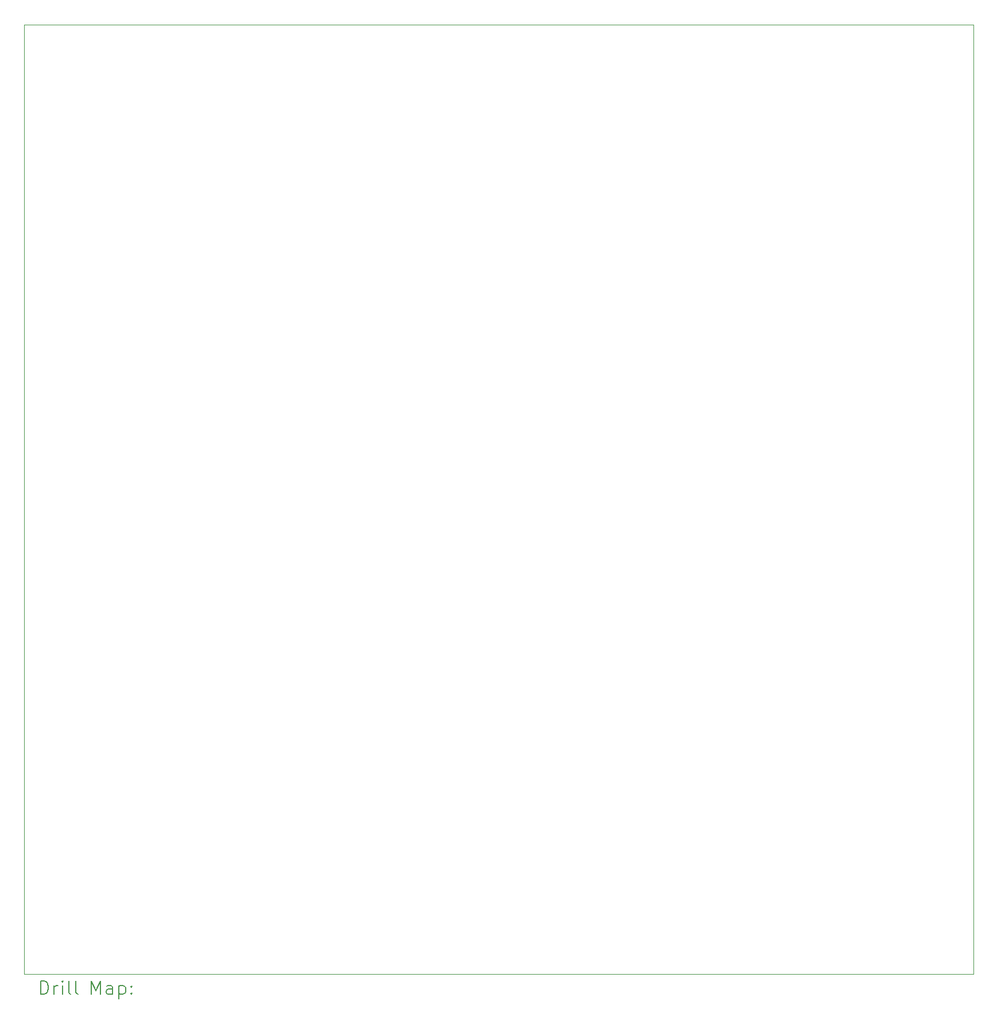
<source format=gbr>
%TF.GenerationSoftware,KiCad,Pcbnew,(7.0.0-0)*%
%TF.CreationDate,2023-05-03T20:54:05-04:00*%
%TF.ProjectId,InteractiveLEDs,496e7465-7261-4637-9469-76654c454473,rev?*%
%TF.SameCoordinates,Original*%
%TF.FileFunction,Drillmap*%
%TF.FilePolarity,Positive*%
%FSLAX45Y45*%
G04 Gerber Fmt 4.5, Leading zero omitted, Abs format (unit mm)*
G04 Created by KiCad (PCBNEW (7.0.0-0)) date 2023-05-03 20:54:05*
%MOMM*%
%LPD*%
G01*
G04 APERTURE LIST*
%ADD10C,0.100000*%
%ADD11C,0.200000*%
G04 APERTURE END LIST*
D10*
X7795000Y-2315000D02*
X21795000Y-2315000D01*
X21795000Y-2315000D02*
X21795000Y-16315000D01*
X21795000Y-16315000D02*
X7795000Y-16315000D01*
X7795000Y-16315000D02*
X7795000Y-2315000D01*
D11*
X8037619Y-16613476D02*
X8037619Y-16413476D01*
X8037619Y-16413476D02*
X8085238Y-16413476D01*
X8085238Y-16413476D02*
X8113809Y-16423000D01*
X8113809Y-16423000D02*
X8132857Y-16442048D01*
X8132857Y-16442048D02*
X8142381Y-16461095D01*
X8142381Y-16461095D02*
X8151905Y-16499190D01*
X8151905Y-16499190D02*
X8151905Y-16527762D01*
X8151905Y-16527762D02*
X8142381Y-16565857D01*
X8142381Y-16565857D02*
X8132857Y-16584905D01*
X8132857Y-16584905D02*
X8113809Y-16603952D01*
X8113809Y-16603952D02*
X8085238Y-16613476D01*
X8085238Y-16613476D02*
X8037619Y-16613476D01*
X8237619Y-16613476D02*
X8237619Y-16480143D01*
X8237619Y-16518238D02*
X8247143Y-16499190D01*
X8247143Y-16499190D02*
X8256667Y-16489667D01*
X8256667Y-16489667D02*
X8275714Y-16480143D01*
X8275714Y-16480143D02*
X8294762Y-16480143D01*
X8361428Y-16613476D02*
X8361428Y-16480143D01*
X8361428Y-16413476D02*
X8351905Y-16423000D01*
X8351905Y-16423000D02*
X8361428Y-16432524D01*
X8361428Y-16432524D02*
X8370952Y-16423000D01*
X8370952Y-16423000D02*
X8361428Y-16413476D01*
X8361428Y-16413476D02*
X8361428Y-16432524D01*
X8485238Y-16613476D02*
X8466190Y-16603952D01*
X8466190Y-16603952D02*
X8456667Y-16584905D01*
X8456667Y-16584905D02*
X8456667Y-16413476D01*
X8590000Y-16613476D02*
X8570952Y-16603952D01*
X8570952Y-16603952D02*
X8561429Y-16584905D01*
X8561429Y-16584905D02*
X8561429Y-16413476D01*
X8786190Y-16613476D02*
X8786190Y-16413476D01*
X8786190Y-16413476D02*
X8852857Y-16556333D01*
X8852857Y-16556333D02*
X8919524Y-16413476D01*
X8919524Y-16413476D02*
X8919524Y-16613476D01*
X9100476Y-16613476D02*
X9100476Y-16508714D01*
X9100476Y-16508714D02*
X9090952Y-16489667D01*
X9090952Y-16489667D02*
X9071905Y-16480143D01*
X9071905Y-16480143D02*
X9033809Y-16480143D01*
X9033809Y-16480143D02*
X9014762Y-16489667D01*
X9100476Y-16603952D02*
X9081429Y-16613476D01*
X9081429Y-16613476D02*
X9033809Y-16613476D01*
X9033809Y-16613476D02*
X9014762Y-16603952D01*
X9014762Y-16603952D02*
X9005238Y-16584905D01*
X9005238Y-16584905D02*
X9005238Y-16565857D01*
X9005238Y-16565857D02*
X9014762Y-16546809D01*
X9014762Y-16546809D02*
X9033809Y-16537286D01*
X9033809Y-16537286D02*
X9081429Y-16537286D01*
X9081429Y-16537286D02*
X9100476Y-16527762D01*
X9195714Y-16480143D02*
X9195714Y-16680143D01*
X9195714Y-16489667D02*
X9214762Y-16480143D01*
X9214762Y-16480143D02*
X9252857Y-16480143D01*
X9252857Y-16480143D02*
X9271905Y-16489667D01*
X9271905Y-16489667D02*
X9281429Y-16499190D01*
X9281429Y-16499190D02*
X9290952Y-16518238D01*
X9290952Y-16518238D02*
X9290952Y-16575381D01*
X9290952Y-16575381D02*
X9281429Y-16594428D01*
X9281429Y-16594428D02*
X9271905Y-16603952D01*
X9271905Y-16603952D02*
X9252857Y-16613476D01*
X9252857Y-16613476D02*
X9214762Y-16613476D01*
X9214762Y-16613476D02*
X9195714Y-16603952D01*
X9376667Y-16594428D02*
X9386190Y-16603952D01*
X9386190Y-16603952D02*
X9376667Y-16613476D01*
X9376667Y-16613476D02*
X9367143Y-16603952D01*
X9367143Y-16603952D02*
X9376667Y-16594428D01*
X9376667Y-16594428D02*
X9376667Y-16613476D01*
X9376667Y-16489667D02*
X9386190Y-16499190D01*
X9386190Y-16499190D02*
X9376667Y-16508714D01*
X9376667Y-16508714D02*
X9367143Y-16499190D01*
X9367143Y-16499190D02*
X9376667Y-16489667D01*
X9376667Y-16489667D02*
X9376667Y-16508714D01*
M02*

</source>
